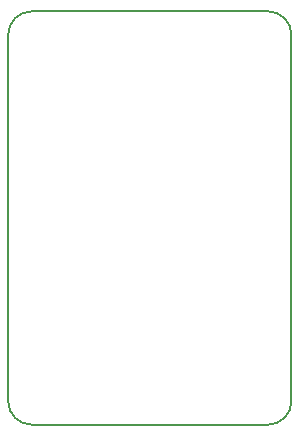
<source format=gbr>
G04 #@! TF.GenerationSoftware,KiCad,Pcbnew,5.1.6-c6e7f7d~86~ubuntu20.04.1*
G04 #@! TF.CreationDate,2020-05-17T16:01:39+03:00*
G04 #@! TF.ProjectId,GB-BRK-TR-A,47422d42-524b-42d5-9452-2d412e6b6963,v1.0*
G04 #@! TF.SameCoordinates,Original*
G04 #@! TF.FileFunction,Legend,Bot*
G04 #@! TF.FilePolarity,Positive*
%FSLAX46Y46*%
G04 Gerber Fmt 4.6, Leading zero omitted, Abs format (unit mm)*
G04 Created by KiCad (PCBNEW 5.1.6-c6e7f7d~86~ubuntu20.04.1) date 2020-05-17 16:01:39*
%MOMM*%
%LPD*%
G01*
G04 APERTURE LIST*
G04 #@! TA.AperFunction,Profile*
%ADD10C,0.150000*%
G04 #@! TD*
G04 APERTURE END LIST*
D10*
X53000000Y-85000000D02*
G75*
G02*
X51000000Y-83000000I0J2000000D01*
G01*
X75000000Y-83000000D02*
G75*
G02*
X73000000Y-85000000I-2000000J0D01*
G01*
X73000000Y-50000000D02*
G75*
G02*
X75000000Y-52000000I0J-2000000D01*
G01*
X51000000Y-52000000D02*
G75*
G02*
X53000000Y-50000000I2000000J0D01*
G01*
X51000000Y-83000000D02*
X51000000Y-52000000D01*
X73000000Y-85000000D02*
X53000000Y-85000000D01*
X75000000Y-52000000D02*
X75000000Y-83000000D01*
X53000000Y-50000000D02*
X73000000Y-50000000D01*
M02*

</source>
